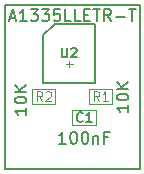
<source format=gbr>
G04 #@! TF.FileFunction,Other,Fab,Top*
%FSLAX46Y46*%
G04 Gerber Fmt 4.6, Leading zero omitted, Abs format (unit mm)*
G04 Created by KiCad (PCBNEW 4.0.7) date 12/05/18 11:45:52*
%MOMM*%
%LPD*%
G01*
G04 APERTURE LIST*
%ADD10C,0.100000*%
%ADD11C,0.200000*%
%ADD12C,0.010000*%
%ADD13C,0.150000*%
%ADD14C,0.075000*%
G04 APERTURE END LIST*
D10*
D11*
X120269000Y-103251000D02*
X120269000Y-117094000D01*
X131699000Y-117094000D02*
X131699000Y-103251000D01*
X131699000Y-117094000D02*
X120269000Y-117094000D01*
X131699000Y-103251000D02*
X120269000Y-103251000D01*
D10*
X126000000Y-113396000D02*
X126000000Y-112156000D01*
X128000000Y-113396000D02*
X126000000Y-113396000D01*
X128000000Y-112156000D02*
X128000000Y-113396000D01*
X126000000Y-112156000D02*
X128000000Y-112156000D01*
D12*
X125730000Y-108225000D02*
X125730000Y-107985000D01*
X125730000Y-108225000D02*
X125730000Y-108465000D01*
X125730000Y-108225000D02*
X125470000Y-108225000D01*
X125730000Y-108225000D02*
X126030000Y-108225000D01*
D13*
X124530000Y-104815000D02*
X127930000Y-104815000D01*
X127930000Y-104815000D02*
X127930000Y-109815000D01*
X127930000Y-109815000D02*
X123530000Y-109815000D01*
X123530000Y-109815000D02*
X123530000Y-105815000D01*
X123530000Y-105815000D02*
X124530000Y-104815000D01*
D10*
X127397000Y-111618000D02*
X127397000Y-110378000D01*
X129397000Y-111618000D02*
X127397000Y-111618000D01*
X129397000Y-110378000D02*
X129397000Y-111618000D01*
X127397000Y-110378000D02*
X129397000Y-110378000D01*
X124571000Y-110378000D02*
X124571000Y-111618000D01*
X122571000Y-110378000D02*
X124571000Y-110378000D01*
X122571000Y-111618000D02*
X122571000Y-110378000D01*
X124571000Y-111618000D02*
X122571000Y-111618000D01*
D13*
X125452381Y-114978381D02*
X124880952Y-114978381D01*
X125166666Y-114978381D02*
X125166666Y-113978381D01*
X125071428Y-114121238D01*
X124976190Y-114216476D01*
X124880952Y-114264095D01*
X126071428Y-113978381D02*
X126166667Y-113978381D01*
X126261905Y-114026000D01*
X126309524Y-114073619D01*
X126357143Y-114168857D01*
X126404762Y-114359333D01*
X126404762Y-114597429D01*
X126357143Y-114787905D01*
X126309524Y-114883143D01*
X126261905Y-114930762D01*
X126166667Y-114978381D01*
X126071428Y-114978381D01*
X125976190Y-114930762D01*
X125928571Y-114883143D01*
X125880952Y-114787905D01*
X125833333Y-114597429D01*
X125833333Y-114359333D01*
X125880952Y-114168857D01*
X125928571Y-114073619D01*
X125976190Y-114026000D01*
X126071428Y-113978381D01*
X127023809Y-113978381D02*
X127119048Y-113978381D01*
X127214286Y-114026000D01*
X127261905Y-114073619D01*
X127309524Y-114168857D01*
X127357143Y-114359333D01*
X127357143Y-114597429D01*
X127309524Y-114787905D01*
X127261905Y-114883143D01*
X127214286Y-114930762D01*
X127119048Y-114978381D01*
X127023809Y-114978381D01*
X126928571Y-114930762D01*
X126880952Y-114883143D01*
X126833333Y-114787905D01*
X126785714Y-114597429D01*
X126785714Y-114359333D01*
X126833333Y-114168857D01*
X126880952Y-114073619D01*
X126928571Y-114026000D01*
X127023809Y-113978381D01*
X127785714Y-114311714D02*
X127785714Y-114978381D01*
X127785714Y-114406952D02*
X127833333Y-114359333D01*
X127928571Y-114311714D01*
X128071429Y-114311714D01*
X128166667Y-114359333D01*
X128214286Y-114454571D01*
X128214286Y-114978381D01*
X129023810Y-114454571D02*
X128690476Y-114454571D01*
X128690476Y-114978381D02*
X128690476Y-113978381D01*
X129166667Y-113978381D01*
X126866667Y-113061714D02*
X126828572Y-113099810D01*
X126714286Y-113137905D01*
X126638096Y-113137905D01*
X126523810Y-113099810D01*
X126447619Y-113023619D01*
X126409524Y-112947429D01*
X126371429Y-112795048D01*
X126371429Y-112680762D01*
X126409524Y-112528381D01*
X126447619Y-112452190D01*
X126523810Y-112376000D01*
X126638096Y-112337905D01*
X126714286Y-112337905D01*
X126828572Y-112376000D01*
X126866667Y-112414095D01*
X127628572Y-113137905D02*
X127171429Y-113137905D01*
X127400000Y-113137905D02*
X127400000Y-112337905D01*
X127323810Y-112452190D01*
X127247619Y-112528381D01*
X127171429Y-112566476D01*
X120698285Y-104306667D02*
X121174476Y-104306667D01*
X120603047Y-104592381D02*
X120936380Y-103592381D01*
X121269714Y-104592381D01*
X122126857Y-104592381D02*
X121555428Y-104592381D01*
X121841142Y-104592381D02*
X121841142Y-103592381D01*
X121745904Y-103735238D01*
X121650666Y-103830476D01*
X121555428Y-103878095D01*
X122460190Y-103592381D02*
X123079238Y-103592381D01*
X122745904Y-103973333D01*
X122888762Y-103973333D01*
X122984000Y-104020952D01*
X123031619Y-104068571D01*
X123079238Y-104163810D01*
X123079238Y-104401905D01*
X123031619Y-104497143D01*
X122984000Y-104544762D01*
X122888762Y-104592381D01*
X122603047Y-104592381D01*
X122507809Y-104544762D01*
X122460190Y-104497143D01*
X123412571Y-103592381D02*
X124031619Y-103592381D01*
X123698285Y-103973333D01*
X123841143Y-103973333D01*
X123936381Y-104020952D01*
X123984000Y-104068571D01*
X124031619Y-104163810D01*
X124031619Y-104401905D01*
X123984000Y-104497143D01*
X123936381Y-104544762D01*
X123841143Y-104592381D01*
X123555428Y-104592381D01*
X123460190Y-104544762D01*
X123412571Y-104497143D01*
X124936381Y-103592381D02*
X124460190Y-103592381D01*
X124412571Y-104068571D01*
X124460190Y-104020952D01*
X124555428Y-103973333D01*
X124793524Y-103973333D01*
X124888762Y-104020952D01*
X124936381Y-104068571D01*
X124984000Y-104163810D01*
X124984000Y-104401905D01*
X124936381Y-104497143D01*
X124888762Y-104544762D01*
X124793524Y-104592381D01*
X124555428Y-104592381D01*
X124460190Y-104544762D01*
X124412571Y-104497143D01*
X125888762Y-104592381D02*
X125412571Y-104592381D01*
X125412571Y-103592381D01*
X126698286Y-104592381D02*
X126222095Y-104592381D01*
X126222095Y-103592381D01*
X127031619Y-104068571D02*
X127364953Y-104068571D01*
X127507810Y-104592381D02*
X127031619Y-104592381D01*
X127031619Y-103592381D01*
X127507810Y-103592381D01*
X127793524Y-103592381D02*
X128364953Y-103592381D01*
X128079238Y-104592381D02*
X128079238Y-103592381D01*
X129269715Y-104592381D02*
X128936381Y-104116190D01*
X128698286Y-104592381D02*
X128698286Y-103592381D01*
X129079239Y-103592381D01*
X129174477Y-103640000D01*
X129222096Y-103687619D01*
X129269715Y-103782857D01*
X129269715Y-103925714D01*
X129222096Y-104020952D01*
X129174477Y-104068571D01*
X129079239Y-104116190D01*
X128698286Y-104116190D01*
X129698286Y-104211429D02*
X130460191Y-104211429D01*
X130793524Y-103592381D02*
X131364953Y-103592381D01*
X131079238Y-104592381D02*
X131079238Y-103592381D01*
X125120476Y-106876905D02*
X125120476Y-107524524D01*
X125158571Y-107600714D01*
X125196667Y-107638810D01*
X125272857Y-107676905D01*
X125425238Y-107676905D01*
X125501429Y-107638810D01*
X125539524Y-107600714D01*
X125577619Y-107524524D01*
X125577619Y-106876905D01*
X125920476Y-106953095D02*
X125958571Y-106915000D01*
X126034762Y-106876905D01*
X126225238Y-106876905D01*
X126301428Y-106915000D01*
X126339524Y-106953095D01*
X126377619Y-107029286D01*
X126377619Y-107105476D01*
X126339524Y-107219762D01*
X125882381Y-107676905D01*
X126377619Y-107676905D01*
X130754381Y-111688476D02*
X130754381Y-112259905D01*
X130754381Y-111974191D02*
X129754381Y-111974191D01*
X129897238Y-112069429D01*
X129992476Y-112164667D01*
X130040095Y-112259905D01*
X129754381Y-111069429D02*
X129754381Y-110974190D01*
X129802000Y-110878952D01*
X129849619Y-110831333D01*
X129944857Y-110783714D01*
X130135333Y-110736095D01*
X130373429Y-110736095D01*
X130563905Y-110783714D01*
X130659143Y-110831333D01*
X130706762Y-110878952D01*
X130754381Y-110974190D01*
X130754381Y-111069429D01*
X130706762Y-111164667D01*
X130659143Y-111212286D01*
X130563905Y-111259905D01*
X130373429Y-111307524D01*
X130135333Y-111307524D01*
X129944857Y-111259905D01*
X129849619Y-111212286D01*
X129802000Y-111164667D01*
X129754381Y-111069429D01*
X130754381Y-110307524D02*
X129754381Y-110307524D01*
X130754381Y-109736095D02*
X130182952Y-110164667D01*
X129754381Y-109736095D02*
X130325810Y-110307524D01*
D14*
X128263667Y-111359905D02*
X127997000Y-110978952D01*
X127806524Y-111359905D02*
X127806524Y-110559905D01*
X128111286Y-110559905D01*
X128187477Y-110598000D01*
X128225572Y-110636095D01*
X128263667Y-110712286D01*
X128263667Y-110826571D01*
X128225572Y-110902762D01*
X128187477Y-110940857D01*
X128111286Y-110978952D01*
X127806524Y-110978952D01*
X129025572Y-111359905D02*
X128568429Y-111359905D01*
X128797000Y-111359905D02*
X128797000Y-110559905D01*
X128720810Y-110674190D01*
X128644619Y-110750381D01*
X128568429Y-110788476D01*
D13*
X122118381Y-111942476D02*
X122118381Y-112513905D01*
X122118381Y-112228191D02*
X121118381Y-112228191D01*
X121261238Y-112323429D01*
X121356476Y-112418667D01*
X121404095Y-112513905D01*
X121118381Y-111323429D02*
X121118381Y-111228190D01*
X121166000Y-111132952D01*
X121213619Y-111085333D01*
X121308857Y-111037714D01*
X121499333Y-110990095D01*
X121737429Y-110990095D01*
X121927905Y-111037714D01*
X122023143Y-111085333D01*
X122070762Y-111132952D01*
X122118381Y-111228190D01*
X122118381Y-111323429D01*
X122070762Y-111418667D01*
X122023143Y-111466286D01*
X121927905Y-111513905D01*
X121737429Y-111561524D01*
X121499333Y-111561524D01*
X121308857Y-111513905D01*
X121213619Y-111466286D01*
X121166000Y-111418667D01*
X121118381Y-111323429D01*
X122118381Y-110561524D02*
X121118381Y-110561524D01*
X122118381Y-109990095D02*
X121546952Y-110418667D01*
X121118381Y-109990095D02*
X121689810Y-110561524D01*
D14*
X123437667Y-111359905D02*
X123171000Y-110978952D01*
X122980524Y-111359905D02*
X122980524Y-110559905D01*
X123285286Y-110559905D01*
X123361477Y-110598000D01*
X123399572Y-110636095D01*
X123437667Y-110712286D01*
X123437667Y-110826571D01*
X123399572Y-110902762D01*
X123361477Y-110940857D01*
X123285286Y-110978952D01*
X122980524Y-110978952D01*
X123742429Y-110636095D02*
X123780524Y-110598000D01*
X123856715Y-110559905D01*
X124047191Y-110559905D01*
X124123381Y-110598000D01*
X124161477Y-110636095D01*
X124199572Y-110712286D01*
X124199572Y-110788476D01*
X124161477Y-110902762D01*
X123704334Y-111359905D01*
X124199572Y-111359905D01*
M02*

</source>
